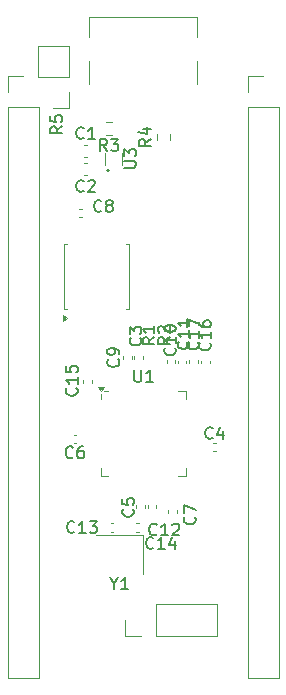
<source format=gbr>
%TF.GenerationSoftware,KiCad,Pcbnew,8.0.3*%
%TF.CreationDate,2024-07-23T22:42:35-04:00*%
%TF.ProjectId,RP2040 Custom,52503230-3430-4204-9375-73746f6d2e6b,rev?*%
%TF.SameCoordinates,Original*%
%TF.FileFunction,Legend,Top*%
%TF.FilePolarity,Positive*%
%FSLAX46Y46*%
G04 Gerber Fmt 4.6, Leading zero omitted, Abs format (unit mm)*
G04 Created by KiCad (PCBNEW 8.0.3) date 2024-07-23 22:42:35*
%MOMM*%
%LPD*%
G01*
G04 APERTURE LIST*
%ADD10C,0.150000*%
%ADD11C,0.120000*%
%ADD12C,0.140357*%
G04 APERTURE END LIST*
D10*
X138814980Y-83580266D02*
X138862600Y-83627885D01*
X138862600Y-83627885D02*
X138910219Y-83770742D01*
X138910219Y-83770742D02*
X138910219Y-83865980D01*
X138910219Y-83865980D02*
X138862600Y-84008837D01*
X138862600Y-84008837D02*
X138767361Y-84104075D01*
X138767361Y-84104075D02*
X138672123Y-84151694D01*
X138672123Y-84151694D02*
X138481647Y-84199313D01*
X138481647Y-84199313D02*
X138338790Y-84199313D01*
X138338790Y-84199313D02*
X138148314Y-84151694D01*
X138148314Y-84151694D02*
X138053076Y-84104075D01*
X138053076Y-84104075D02*
X137957838Y-84008837D01*
X137957838Y-84008837D02*
X137910219Y-83865980D01*
X137910219Y-83865980D02*
X137910219Y-83770742D01*
X137910219Y-83770742D02*
X137957838Y-83627885D01*
X137957838Y-83627885D02*
X138005457Y-83580266D01*
X137910219Y-82675504D02*
X137910219Y-83151694D01*
X137910219Y-83151694D02*
X138386409Y-83199313D01*
X138386409Y-83199313D02*
X138338790Y-83151694D01*
X138338790Y-83151694D02*
X138291171Y-83056456D01*
X138291171Y-83056456D02*
X138291171Y-82818361D01*
X138291171Y-82818361D02*
X138338790Y-82723123D01*
X138338790Y-82723123D02*
X138386409Y-82675504D01*
X138386409Y-82675504D02*
X138481647Y-82627885D01*
X138481647Y-82627885D02*
X138719742Y-82627885D01*
X138719742Y-82627885D02*
X138814980Y-82675504D01*
X138814980Y-82675504D02*
X138862600Y-82723123D01*
X138862600Y-82723123D02*
X138910219Y-82818361D01*
X138910219Y-82818361D02*
X138910219Y-83056456D01*
X138910219Y-83056456D02*
X138862600Y-83151694D01*
X138862600Y-83151694D02*
X138814980Y-83199313D01*
X139449980Y-69076866D02*
X139497600Y-69124485D01*
X139497600Y-69124485D02*
X139545219Y-69267342D01*
X139545219Y-69267342D02*
X139545219Y-69362580D01*
X139545219Y-69362580D02*
X139497600Y-69505437D01*
X139497600Y-69505437D02*
X139402361Y-69600675D01*
X139402361Y-69600675D02*
X139307123Y-69648294D01*
X139307123Y-69648294D02*
X139116647Y-69695913D01*
X139116647Y-69695913D02*
X138973790Y-69695913D01*
X138973790Y-69695913D02*
X138783314Y-69648294D01*
X138783314Y-69648294D02*
X138688076Y-69600675D01*
X138688076Y-69600675D02*
X138592838Y-69505437D01*
X138592838Y-69505437D02*
X138545219Y-69362580D01*
X138545219Y-69362580D02*
X138545219Y-69267342D01*
X138545219Y-69267342D02*
X138592838Y-69124485D01*
X138592838Y-69124485D02*
X138640457Y-69076866D01*
X138545219Y-68743532D02*
X138545219Y-68124485D01*
X138545219Y-68124485D02*
X138926171Y-68457818D01*
X138926171Y-68457818D02*
X138926171Y-68314961D01*
X138926171Y-68314961D02*
X138973790Y-68219723D01*
X138973790Y-68219723D02*
X139021409Y-68172104D01*
X139021409Y-68172104D02*
X139116647Y-68124485D01*
X139116647Y-68124485D02*
X139354742Y-68124485D01*
X139354742Y-68124485D02*
X139449980Y-68172104D01*
X139449980Y-68172104D02*
X139497600Y-68219723D01*
X139497600Y-68219723D02*
X139545219Y-68314961D01*
X139545219Y-68314961D02*
X139545219Y-68600675D01*
X139545219Y-68600675D02*
X139497600Y-68695913D01*
X139497600Y-68695913D02*
X139449980Y-68743532D01*
X140555742Y-86846580D02*
X140508123Y-86894200D01*
X140508123Y-86894200D02*
X140365266Y-86941819D01*
X140365266Y-86941819D02*
X140270028Y-86941819D01*
X140270028Y-86941819D02*
X140127171Y-86894200D01*
X140127171Y-86894200D02*
X140031933Y-86798961D01*
X140031933Y-86798961D02*
X139984314Y-86703723D01*
X139984314Y-86703723D02*
X139936695Y-86513247D01*
X139936695Y-86513247D02*
X139936695Y-86370390D01*
X139936695Y-86370390D02*
X139984314Y-86179914D01*
X139984314Y-86179914D02*
X140031933Y-86084676D01*
X140031933Y-86084676D02*
X140127171Y-85989438D01*
X140127171Y-85989438D02*
X140270028Y-85941819D01*
X140270028Y-85941819D02*
X140365266Y-85941819D01*
X140365266Y-85941819D02*
X140508123Y-85989438D01*
X140508123Y-85989438D02*
X140555742Y-86037057D01*
X141508123Y-86941819D02*
X140936695Y-86941819D01*
X141222409Y-86941819D02*
X141222409Y-85941819D01*
X141222409Y-85941819D02*
X141127171Y-86084676D01*
X141127171Y-86084676D02*
X141031933Y-86179914D01*
X141031933Y-86179914D02*
X140936695Y-86227533D01*
X142365266Y-86275152D02*
X142365266Y-86941819D01*
X142127171Y-85894200D02*
X141889076Y-86608485D01*
X141889076Y-86608485D02*
X142508123Y-86608485D01*
X145317380Y-69502257D02*
X145365000Y-69549876D01*
X145365000Y-69549876D02*
X145412619Y-69692733D01*
X145412619Y-69692733D02*
X145412619Y-69787971D01*
X145412619Y-69787971D02*
X145365000Y-69930828D01*
X145365000Y-69930828D02*
X145269761Y-70026066D01*
X145269761Y-70026066D02*
X145174523Y-70073685D01*
X145174523Y-70073685D02*
X144984047Y-70121304D01*
X144984047Y-70121304D02*
X144841190Y-70121304D01*
X144841190Y-70121304D02*
X144650714Y-70073685D01*
X144650714Y-70073685D02*
X144555476Y-70026066D01*
X144555476Y-70026066D02*
X144460238Y-69930828D01*
X144460238Y-69930828D02*
X144412619Y-69787971D01*
X144412619Y-69787971D02*
X144412619Y-69692733D01*
X144412619Y-69692733D02*
X144460238Y-69549876D01*
X144460238Y-69549876D02*
X144507857Y-69502257D01*
X145412619Y-68549876D02*
X145412619Y-69121304D01*
X145412619Y-68835590D02*
X144412619Y-68835590D01*
X144412619Y-68835590D02*
X144555476Y-68930828D01*
X144555476Y-68930828D02*
X144650714Y-69026066D01*
X144650714Y-69026066D02*
X144698333Y-69121304D01*
X144412619Y-67692733D02*
X144412619Y-67883209D01*
X144412619Y-67883209D02*
X144460238Y-67978447D01*
X144460238Y-67978447D02*
X144507857Y-68026066D01*
X144507857Y-68026066D02*
X144650714Y-68121304D01*
X144650714Y-68121304D02*
X144841190Y-68168923D01*
X144841190Y-68168923D02*
X145222142Y-68168923D01*
X145222142Y-68168923D02*
X145317380Y-68121304D01*
X145317380Y-68121304D02*
X145365000Y-68073685D01*
X145365000Y-68073685D02*
X145412619Y-67978447D01*
X145412619Y-67978447D02*
X145412619Y-67787971D01*
X145412619Y-67787971D02*
X145365000Y-67692733D01*
X145365000Y-67692733D02*
X145317380Y-67645114D01*
X145317380Y-67645114D02*
X145222142Y-67597495D01*
X145222142Y-67597495D02*
X144984047Y-67597495D01*
X144984047Y-67597495D02*
X144888809Y-67645114D01*
X144888809Y-67645114D02*
X144841190Y-67692733D01*
X144841190Y-67692733D02*
X144793571Y-67787971D01*
X144793571Y-67787971D02*
X144793571Y-67978447D01*
X144793571Y-67978447D02*
X144841190Y-68073685D01*
X144841190Y-68073685D02*
X144888809Y-68121304D01*
X144888809Y-68121304D02*
X144984047Y-68168923D01*
X133739533Y-79167380D02*
X133691914Y-79215000D01*
X133691914Y-79215000D02*
X133549057Y-79262619D01*
X133549057Y-79262619D02*
X133453819Y-79262619D01*
X133453819Y-79262619D02*
X133310962Y-79215000D01*
X133310962Y-79215000D02*
X133215724Y-79119761D01*
X133215724Y-79119761D02*
X133168105Y-79024523D01*
X133168105Y-79024523D02*
X133120486Y-78834047D01*
X133120486Y-78834047D02*
X133120486Y-78691190D01*
X133120486Y-78691190D02*
X133168105Y-78500714D01*
X133168105Y-78500714D02*
X133215724Y-78405476D01*
X133215724Y-78405476D02*
X133310962Y-78310238D01*
X133310962Y-78310238D02*
X133453819Y-78262619D01*
X133453819Y-78262619D02*
X133549057Y-78262619D01*
X133549057Y-78262619D02*
X133691914Y-78310238D01*
X133691914Y-78310238D02*
X133739533Y-78357857D01*
X134596676Y-78262619D02*
X134406200Y-78262619D01*
X134406200Y-78262619D02*
X134310962Y-78310238D01*
X134310962Y-78310238D02*
X134263343Y-78357857D01*
X134263343Y-78357857D02*
X134168105Y-78500714D01*
X134168105Y-78500714D02*
X134120486Y-78691190D01*
X134120486Y-78691190D02*
X134120486Y-79072142D01*
X134120486Y-79072142D02*
X134168105Y-79167380D01*
X134168105Y-79167380D02*
X134215724Y-79215000D01*
X134215724Y-79215000D02*
X134310962Y-79262619D01*
X134310962Y-79262619D02*
X134501438Y-79262619D01*
X134501438Y-79262619D02*
X134596676Y-79215000D01*
X134596676Y-79215000D02*
X134644295Y-79167380D01*
X134644295Y-79167380D02*
X134691914Y-79072142D01*
X134691914Y-79072142D02*
X134691914Y-78834047D01*
X134691914Y-78834047D02*
X134644295Y-78738809D01*
X134644295Y-78738809D02*
X134596676Y-78691190D01*
X134596676Y-78691190D02*
X134501438Y-78643571D01*
X134501438Y-78643571D02*
X134310962Y-78643571D01*
X134310962Y-78643571D02*
X134215724Y-78691190D01*
X134215724Y-78691190D02*
X134168105Y-78738809D01*
X134168105Y-78738809D02*
X134120486Y-78834047D01*
X140835142Y-85703580D02*
X140787523Y-85751200D01*
X140787523Y-85751200D02*
X140644666Y-85798819D01*
X140644666Y-85798819D02*
X140549428Y-85798819D01*
X140549428Y-85798819D02*
X140406571Y-85751200D01*
X140406571Y-85751200D02*
X140311333Y-85655961D01*
X140311333Y-85655961D02*
X140263714Y-85560723D01*
X140263714Y-85560723D02*
X140216095Y-85370247D01*
X140216095Y-85370247D02*
X140216095Y-85227390D01*
X140216095Y-85227390D02*
X140263714Y-85036914D01*
X140263714Y-85036914D02*
X140311333Y-84941676D01*
X140311333Y-84941676D02*
X140406571Y-84846438D01*
X140406571Y-84846438D02*
X140549428Y-84798819D01*
X140549428Y-84798819D02*
X140644666Y-84798819D01*
X140644666Y-84798819D02*
X140787523Y-84846438D01*
X140787523Y-84846438D02*
X140835142Y-84894057D01*
X141787523Y-85798819D02*
X141216095Y-85798819D01*
X141501809Y-85798819D02*
X141501809Y-84798819D01*
X141501809Y-84798819D02*
X141406571Y-84941676D01*
X141406571Y-84941676D02*
X141311333Y-85036914D01*
X141311333Y-85036914D02*
X141216095Y-85084533D01*
X142168476Y-84894057D02*
X142216095Y-84846438D01*
X142216095Y-84846438D02*
X142311333Y-84798819D01*
X142311333Y-84798819D02*
X142549428Y-84798819D01*
X142549428Y-84798819D02*
X142644666Y-84846438D01*
X142644666Y-84846438D02*
X142692285Y-84894057D01*
X142692285Y-84894057D02*
X142739904Y-84989295D01*
X142739904Y-84989295D02*
X142739904Y-85084533D01*
X142739904Y-85084533D02*
X142692285Y-85227390D01*
X142692285Y-85227390D02*
X142120857Y-85798819D01*
X142120857Y-85798819D02*
X142739904Y-85798819D01*
X137570380Y-70903066D02*
X137618000Y-70950685D01*
X137618000Y-70950685D02*
X137665619Y-71093542D01*
X137665619Y-71093542D02*
X137665619Y-71188780D01*
X137665619Y-71188780D02*
X137618000Y-71331637D01*
X137618000Y-71331637D02*
X137522761Y-71426875D01*
X137522761Y-71426875D02*
X137427523Y-71474494D01*
X137427523Y-71474494D02*
X137237047Y-71522113D01*
X137237047Y-71522113D02*
X137094190Y-71522113D01*
X137094190Y-71522113D02*
X136903714Y-71474494D01*
X136903714Y-71474494D02*
X136808476Y-71426875D01*
X136808476Y-71426875D02*
X136713238Y-71331637D01*
X136713238Y-71331637D02*
X136665619Y-71188780D01*
X136665619Y-71188780D02*
X136665619Y-71093542D01*
X136665619Y-71093542D02*
X136713238Y-70950685D01*
X136713238Y-70950685D02*
X136760857Y-70903066D01*
X137665619Y-70426875D02*
X137665619Y-70236399D01*
X137665619Y-70236399D02*
X137618000Y-70141161D01*
X137618000Y-70141161D02*
X137570380Y-70093542D01*
X137570380Y-70093542D02*
X137427523Y-69998304D01*
X137427523Y-69998304D02*
X137237047Y-69950685D01*
X137237047Y-69950685D02*
X136856095Y-69950685D01*
X136856095Y-69950685D02*
X136760857Y-69998304D01*
X136760857Y-69998304D02*
X136713238Y-70045923D01*
X136713238Y-70045923D02*
X136665619Y-70141161D01*
X136665619Y-70141161D02*
X136665619Y-70331637D01*
X136665619Y-70331637D02*
X136713238Y-70426875D01*
X136713238Y-70426875D02*
X136760857Y-70474494D01*
X136760857Y-70474494D02*
X136856095Y-70522113D01*
X136856095Y-70522113D02*
X137094190Y-70522113D01*
X137094190Y-70522113D02*
X137189428Y-70474494D01*
X137189428Y-70474494D02*
X137237047Y-70426875D01*
X137237047Y-70426875D02*
X137284666Y-70331637D01*
X137284666Y-70331637D02*
X137284666Y-70141161D01*
X137284666Y-70141161D02*
X137237047Y-70045923D01*
X137237047Y-70045923D02*
X137189428Y-69998304D01*
X137189428Y-69998304D02*
X137094190Y-69950685D01*
X137235709Y-89872328D02*
X137235709Y-90348519D01*
X136902376Y-89348519D02*
X137235709Y-89872328D01*
X137235709Y-89872328D02*
X137569042Y-89348519D01*
X138426185Y-90348519D02*
X137854757Y-90348519D01*
X138140471Y-90348519D02*
X138140471Y-89348519D01*
X138140471Y-89348519D02*
X138045233Y-89491376D01*
X138045233Y-89491376D02*
X137949995Y-89586614D01*
X137949995Y-89586614D02*
X137854757Y-89634233D01*
X136155133Y-58322380D02*
X136107514Y-58370000D01*
X136107514Y-58370000D02*
X135964657Y-58417619D01*
X135964657Y-58417619D02*
X135869419Y-58417619D01*
X135869419Y-58417619D02*
X135726562Y-58370000D01*
X135726562Y-58370000D02*
X135631324Y-58274761D01*
X135631324Y-58274761D02*
X135583705Y-58179523D01*
X135583705Y-58179523D02*
X135536086Y-57989047D01*
X135536086Y-57989047D02*
X135536086Y-57846190D01*
X135536086Y-57846190D02*
X135583705Y-57655714D01*
X135583705Y-57655714D02*
X135631324Y-57560476D01*
X135631324Y-57560476D02*
X135726562Y-57465238D01*
X135726562Y-57465238D02*
X135869419Y-57417619D01*
X135869419Y-57417619D02*
X135964657Y-57417619D01*
X135964657Y-57417619D02*
X136107514Y-57465238D01*
X136107514Y-57465238D02*
X136155133Y-57512857D01*
X136726562Y-57846190D02*
X136631324Y-57798571D01*
X136631324Y-57798571D02*
X136583705Y-57750952D01*
X136583705Y-57750952D02*
X136536086Y-57655714D01*
X136536086Y-57655714D02*
X136536086Y-57608095D01*
X136536086Y-57608095D02*
X136583705Y-57512857D01*
X136583705Y-57512857D02*
X136631324Y-57465238D01*
X136631324Y-57465238D02*
X136726562Y-57417619D01*
X136726562Y-57417619D02*
X136917038Y-57417619D01*
X136917038Y-57417619D02*
X137012276Y-57465238D01*
X137012276Y-57465238D02*
X137059895Y-57512857D01*
X137059895Y-57512857D02*
X137107514Y-57608095D01*
X137107514Y-57608095D02*
X137107514Y-57655714D01*
X137107514Y-57655714D02*
X137059895Y-57750952D01*
X137059895Y-57750952D02*
X137012276Y-57798571D01*
X137012276Y-57798571D02*
X136917038Y-57846190D01*
X136917038Y-57846190D02*
X136726562Y-57846190D01*
X136726562Y-57846190D02*
X136631324Y-57893809D01*
X136631324Y-57893809D02*
X136583705Y-57941428D01*
X136583705Y-57941428D02*
X136536086Y-58036666D01*
X136536086Y-58036666D02*
X136536086Y-58227142D01*
X136536086Y-58227142D02*
X136583705Y-58322380D01*
X136583705Y-58322380D02*
X136631324Y-58370000D01*
X136631324Y-58370000D02*
X136726562Y-58417619D01*
X136726562Y-58417619D02*
X136917038Y-58417619D01*
X136917038Y-58417619D02*
X137012276Y-58370000D01*
X137012276Y-58370000D02*
X137059895Y-58322380D01*
X137059895Y-58322380D02*
X137107514Y-58227142D01*
X137107514Y-58227142D02*
X137107514Y-58036666D01*
X137107514Y-58036666D02*
X137059895Y-57941428D01*
X137059895Y-57941428D02*
X137012276Y-57893809D01*
X137012276Y-57893809D02*
X136917038Y-57846190D01*
X144301380Y-69426057D02*
X144349000Y-69473676D01*
X144349000Y-69473676D02*
X144396619Y-69616533D01*
X144396619Y-69616533D02*
X144396619Y-69711771D01*
X144396619Y-69711771D02*
X144349000Y-69854628D01*
X144349000Y-69854628D02*
X144253761Y-69949866D01*
X144253761Y-69949866D02*
X144158523Y-69997485D01*
X144158523Y-69997485D02*
X143968047Y-70045104D01*
X143968047Y-70045104D02*
X143825190Y-70045104D01*
X143825190Y-70045104D02*
X143634714Y-69997485D01*
X143634714Y-69997485D02*
X143539476Y-69949866D01*
X143539476Y-69949866D02*
X143444238Y-69854628D01*
X143444238Y-69854628D02*
X143396619Y-69711771D01*
X143396619Y-69711771D02*
X143396619Y-69616533D01*
X143396619Y-69616533D02*
X143444238Y-69473676D01*
X143444238Y-69473676D02*
X143491857Y-69426057D01*
X144396619Y-68473676D02*
X144396619Y-69045104D01*
X144396619Y-68759390D02*
X143396619Y-68759390D01*
X143396619Y-68759390D02*
X143539476Y-68854628D01*
X143539476Y-68854628D02*
X143634714Y-68949866D01*
X143634714Y-68949866D02*
X143682333Y-69045104D01*
X143396619Y-68140342D02*
X143396619Y-67473676D01*
X143396619Y-67473676D02*
X144396619Y-67902247D01*
X134039780Y-73337657D02*
X134087400Y-73385276D01*
X134087400Y-73385276D02*
X134135019Y-73528133D01*
X134135019Y-73528133D02*
X134135019Y-73623371D01*
X134135019Y-73623371D02*
X134087400Y-73766228D01*
X134087400Y-73766228D02*
X133992161Y-73861466D01*
X133992161Y-73861466D02*
X133896923Y-73909085D01*
X133896923Y-73909085D02*
X133706447Y-73956704D01*
X133706447Y-73956704D02*
X133563590Y-73956704D01*
X133563590Y-73956704D02*
X133373114Y-73909085D01*
X133373114Y-73909085D02*
X133277876Y-73861466D01*
X133277876Y-73861466D02*
X133182638Y-73766228D01*
X133182638Y-73766228D02*
X133135019Y-73623371D01*
X133135019Y-73623371D02*
X133135019Y-73528133D01*
X133135019Y-73528133D02*
X133182638Y-73385276D01*
X133182638Y-73385276D02*
X133230257Y-73337657D01*
X134135019Y-72385276D02*
X134135019Y-72956704D01*
X134135019Y-72670990D02*
X133135019Y-72670990D01*
X133135019Y-72670990D02*
X133277876Y-72766228D01*
X133277876Y-72766228D02*
X133373114Y-72861466D01*
X133373114Y-72861466D02*
X133420733Y-72956704D01*
X133135019Y-71480514D02*
X133135019Y-71956704D01*
X133135019Y-71956704D02*
X133611209Y-72004323D01*
X133611209Y-72004323D02*
X133563590Y-71956704D01*
X133563590Y-71956704D02*
X133515971Y-71861466D01*
X133515971Y-71861466D02*
X133515971Y-71623371D01*
X133515971Y-71623371D02*
X133563590Y-71528133D01*
X133563590Y-71528133D02*
X133611209Y-71480514D01*
X133611209Y-71480514D02*
X133706447Y-71432895D01*
X133706447Y-71432895D02*
X133944542Y-71432895D01*
X133944542Y-71432895D02*
X134039780Y-71480514D01*
X134039780Y-71480514D02*
X134087400Y-71528133D01*
X134087400Y-71528133D02*
X134135019Y-71623371D01*
X134135019Y-71623371D02*
X134135019Y-71861466D01*
X134135019Y-71861466D02*
X134087400Y-71956704D01*
X134087400Y-71956704D02*
X134039780Y-72004323D01*
X138947495Y-71798519D02*
X138947495Y-72608042D01*
X138947495Y-72608042D02*
X138995114Y-72703280D01*
X138995114Y-72703280D02*
X139042733Y-72750900D01*
X139042733Y-72750900D02*
X139137971Y-72798519D01*
X139137971Y-72798519D02*
X139328447Y-72798519D01*
X139328447Y-72798519D02*
X139423685Y-72750900D01*
X139423685Y-72750900D02*
X139471304Y-72703280D01*
X139471304Y-72703280D02*
X139518923Y-72608042D01*
X139518923Y-72608042D02*
X139518923Y-71798519D01*
X140518923Y-72798519D02*
X139947495Y-72798519D01*
X140233209Y-72798519D02*
X140233209Y-71798519D01*
X140233209Y-71798519D02*
X140137971Y-71941376D01*
X140137971Y-71941376D02*
X140042733Y-72036614D01*
X140042733Y-72036614D02*
X139947495Y-72084233D01*
X132839619Y-51169866D02*
X132363428Y-51503199D01*
X132839619Y-51741294D02*
X131839619Y-51741294D01*
X131839619Y-51741294D02*
X131839619Y-51360342D01*
X131839619Y-51360342D02*
X131887238Y-51265104D01*
X131887238Y-51265104D02*
X131934857Y-51217485D01*
X131934857Y-51217485D02*
X132030095Y-51169866D01*
X132030095Y-51169866D02*
X132172952Y-51169866D01*
X132172952Y-51169866D02*
X132268190Y-51217485D01*
X132268190Y-51217485D02*
X132315809Y-51265104D01*
X132315809Y-51265104D02*
X132363428Y-51360342D01*
X132363428Y-51360342D02*
X132363428Y-51741294D01*
X131839619Y-50265104D02*
X131839619Y-50741294D01*
X131839619Y-50741294D02*
X132315809Y-50788913D01*
X132315809Y-50788913D02*
X132268190Y-50741294D01*
X132268190Y-50741294D02*
X132220571Y-50646056D01*
X132220571Y-50646056D02*
X132220571Y-50407961D01*
X132220571Y-50407961D02*
X132268190Y-50312723D01*
X132268190Y-50312723D02*
X132315809Y-50265104D01*
X132315809Y-50265104D02*
X132411047Y-50217485D01*
X132411047Y-50217485D02*
X132649142Y-50217485D01*
X132649142Y-50217485D02*
X132744380Y-50265104D01*
X132744380Y-50265104D02*
X132792000Y-50312723D01*
X132792000Y-50312723D02*
X132839619Y-50407961D01*
X132839619Y-50407961D02*
X132839619Y-50646056D01*
X132839619Y-50646056D02*
X132792000Y-50741294D01*
X132792000Y-50741294D02*
X132744380Y-50788913D01*
X140637419Y-69026066D02*
X140161228Y-69359399D01*
X140637419Y-69597494D02*
X139637419Y-69597494D01*
X139637419Y-69597494D02*
X139637419Y-69216542D01*
X139637419Y-69216542D02*
X139685038Y-69121304D01*
X139685038Y-69121304D02*
X139732657Y-69073685D01*
X139732657Y-69073685D02*
X139827895Y-69026066D01*
X139827895Y-69026066D02*
X139970752Y-69026066D01*
X139970752Y-69026066D02*
X140065990Y-69073685D01*
X140065990Y-69073685D02*
X140113609Y-69121304D01*
X140113609Y-69121304D02*
X140161228Y-69216542D01*
X140161228Y-69216542D02*
X140161228Y-69597494D01*
X140637419Y-68073685D02*
X140637419Y-68645113D01*
X140637419Y-68359399D02*
X139637419Y-68359399D01*
X139637419Y-68359399D02*
X139780276Y-68454637D01*
X139780276Y-68454637D02*
X139875514Y-68549875D01*
X139875514Y-68549875D02*
X139923133Y-68645113D01*
X143513980Y-69400657D02*
X143561600Y-69448276D01*
X143561600Y-69448276D02*
X143609219Y-69591133D01*
X143609219Y-69591133D02*
X143609219Y-69686371D01*
X143609219Y-69686371D02*
X143561600Y-69829228D01*
X143561600Y-69829228D02*
X143466361Y-69924466D01*
X143466361Y-69924466D02*
X143371123Y-69972085D01*
X143371123Y-69972085D02*
X143180647Y-70019704D01*
X143180647Y-70019704D02*
X143037790Y-70019704D01*
X143037790Y-70019704D02*
X142847314Y-69972085D01*
X142847314Y-69972085D02*
X142752076Y-69924466D01*
X142752076Y-69924466D02*
X142656838Y-69829228D01*
X142656838Y-69829228D02*
X142609219Y-69686371D01*
X142609219Y-69686371D02*
X142609219Y-69591133D01*
X142609219Y-69591133D02*
X142656838Y-69448276D01*
X142656838Y-69448276D02*
X142704457Y-69400657D01*
X143609219Y-68448276D02*
X143609219Y-69019704D01*
X143609219Y-68733990D02*
X142609219Y-68733990D01*
X142609219Y-68733990D02*
X142752076Y-68829228D01*
X142752076Y-68829228D02*
X142847314Y-68924466D01*
X142847314Y-68924466D02*
X142894933Y-69019704D01*
X143609219Y-67495895D02*
X143609219Y-68067323D01*
X143609219Y-67781609D02*
X142609219Y-67781609D01*
X142609219Y-67781609D02*
X142752076Y-67876847D01*
X142752076Y-67876847D02*
X142847314Y-67972085D01*
X142847314Y-67972085D02*
X142894933Y-68067323D01*
X134656533Y-56620580D02*
X134608914Y-56668200D01*
X134608914Y-56668200D02*
X134466057Y-56715819D01*
X134466057Y-56715819D02*
X134370819Y-56715819D01*
X134370819Y-56715819D02*
X134227962Y-56668200D01*
X134227962Y-56668200D02*
X134132724Y-56572961D01*
X134132724Y-56572961D02*
X134085105Y-56477723D01*
X134085105Y-56477723D02*
X134037486Y-56287247D01*
X134037486Y-56287247D02*
X134037486Y-56144390D01*
X134037486Y-56144390D02*
X134085105Y-55953914D01*
X134085105Y-55953914D02*
X134132724Y-55858676D01*
X134132724Y-55858676D02*
X134227962Y-55763438D01*
X134227962Y-55763438D02*
X134370819Y-55715819D01*
X134370819Y-55715819D02*
X134466057Y-55715819D01*
X134466057Y-55715819D02*
X134608914Y-55763438D01*
X134608914Y-55763438D02*
X134656533Y-55811057D01*
X135037486Y-55811057D02*
X135085105Y-55763438D01*
X135085105Y-55763438D02*
X135180343Y-55715819D01*
X135180343Y-55715819D02*
X135418438Y-55715819D01*
X135418438Y-55715819D02*
X135513676Y-55763438D01*
X135513676Y-55763438D02*
X135561295Y-55811057D01*
X135561295Y-55811057D02*
X135608914Y-55906295D01*
X135608914Y-55906295D02*
X135608914Y-56001533D01*
X135608914Y-56001533D02*
X135561295Y-56144390D01*
X135561295Y-56144390D02*
X134989867Y-56715819D01*
X134989867Y-56715819D02*
X135608914Y-56715819D01*
X133875542Y-85500380D02*
X133827923Y-85548000D01*
X133827923Y-85548000D02*
X133685066Y-85595619D01*
X133685066Y-85595619D02*
X133589828Y-85595619D01*
X133589828Y-85595619D02*
X133446971Y-85548000D01*
X133446971Y-85548000D02*
X133351733Y-85452761D01*
X133351733Y-85452761D02*
X133304114Y-85357523D01*
X133304114Y-85357523D02*
X133256495Y-85167047D01*
X133256495Y-85167047D02*
X133256495Y-85024190D01*
X133256495Y-85024190D02*
X133304114Y-84833714D01*
X133304114Y-84833714D02*
X133351733Y-84738476D01*
X133351733Y-84738476D02*
X133446971Y-84643238D01*
X133446971Y-84643238D02*
X133589828Y-84595619D01*
X133589828Y-84595619D02*
X133685066Y-84595619D01*
X133685066Y-84595619D02*
X133827923Y-84643238D01*
X133827923Y-84643238D02*
X133875542Y-84690857D01*
X134827923Y-85595619D02*
X134256495Y-85595619D01*
X134542209Y-85595619D02*
X134542209Y-84595619D01*
X134542209Y-84595619D02*
X134446971Y-84738476D01*
X134446971Y-84738476D02*
X134351733Y-84833714D01*
X134351733Y-84833714D02*
X134256495Y-84881333D01*
X135161257Y-84595619D02*
X135780304Y-84595619D01*
X135780304Y-84595619D02*
X135446971Y-84976571D01*
X135446971Y-84976571D02*
X135589828Y-84976571D01*
X135589828Y-84976571D02*
X135685066Y-85024190D01*
X135685066Y-85024190D02*
X135732685Y-85071809D01*
X135732685Y-85071809D02*
X135780304Y-85167047D01*
X135780304Y-85167047D02*
X135780304Y-85405142D01*
X135780304Y-85405142D02*
X135732685Y-85500380D01*
X135732685Y-85500380D02*
X135685066Y-85548000D01*
X135685066Y-85548000D02*
X135589828Y-85595619D01*
X135589828Y-85595619D02*
X135304114Y-85595619D01*
X135304114Y-85595619D02*
X135208876Y-85548000D01*
X135208876Y-85548000D02*
X135161257Y-85500380D01*
X136625533Y-53243619D02*
X136292200Y-52767428D01*
X136054105Y-53243619D02*
X136054105Y-52243619D01*
X136054105Y-52243619D02*
X136435057Y-52243619D01*
X136435057Y-52243619D02*
X136530295Y-52291238D01*
X136530295Y-52291238D02*
X136577914Y-52338857D01*
X136577914Y-52338857D02*
X136625533Y-52434095D01*
X136625533Y-52434095D02*
X136625533Y-52576952D01*
X136625533Y-52576952D02*
X136577914Y-52672190D01*
X136577914Y-52672190D02*
X136530295Y-52719809D01*
X136530295Y-52719809D02*
X136435057Y-52767428D01*
X136435057Y-52767428D02*
X136054105Y-52767428D01*
X136958867Y-52243619D02*
X137577914Y-52243619D01*
X137577914Y-52243619D02*
X137244581Y-52624571D01*
X137244581Y-52624571D02*
X137387438Y-52624571D01*
X137387438Y-52624571D02*
X137482676Y-52672190D01*
X137482676Y-52672190D02*
X137530295Y-52719809D01*
X137530295Y-52719809D02*
X137577914Y-52815047D01*
X137577914Y-52815047D02*
X137577914Y-53053142D01*
X137577914Y-53053142D02*
X137530295Y-53148380D01*
X137530295Y-53148380D02*
X137482676Y-53196000D01*
X137482676Y-53196000D02*
X137387438Y-53243619D01*
X137387438Y-53243619D02*
X137101724Y-53243619D01*
X137101724Y-53243619D02*
X137006486Y-53196000D01*
X137006486Y-53196000D02*
X136958867Y-53148380D01*
X134656533Y-52142580D02*
X134608914Y-52190200D01*
X134608914Y-52190200D02*
X134466057Y-52237819D01*
X134466057Y-52237819D02*
X134370819Y-52237819D01*
X134370819Y-52237819D02*
X134227962Y-52190200D01*
X134227962Y-52190200D02*
X134132724Y-52094961D01*
X134132724Y-52094961D02*
X134085105Y-51999723D01*
X134085105Y-51999723D02*
X134037486Y-51809247D01*
X134037486Y-51809247D02*
X134037486Y-51666390D01*
X134037486Y-51666390D02*
X134085105Y-51475914D01*
X134085105Y-51475914D02*
X134132724Y-51380676D01*
X134132724Y-51380676D02*
X134227962Y-51285438D01*
X134227962Y-51285438D02*
X134370819Y-51237819D01*
X134370819Y-51237819D02*
X134466057Y-51237819D01*
X134466057Y-51237819D02*
X134608914Y-51285438D01*
X134608914Y-51285438D02*
X134656533Y-51333057D01*
X135608914Y-52237819D02*
X135037486Y-52237819D01*
X135323200Y-52237819D02*
X135323200Y-51237819D01*
X135323200Y-51237819D02*
X135227962Y-51380676D01*
X135227962Y-51380676D02*
X135132724Y-51475914D01*
X135132724Y-51475914D02*
X135037486Y-51523533D01*
X144047380Y-84240666D02*
X144095000Y-84288285D01*
X144095000Y-84288285D02*
X144142619Y-84431142D01*
X144142619Y-84431142D02*
X144142619Y-84526380D01*
X144142619Y-84526380D02*
X144095000Y-84669237D01*
X144095000Y-84669237D02*
X143999761Y-84764475D01*
X143999761Y-84764475D02*
X143904523Y-84812094D01*
X143904523Y-84812094D02*
X143714047Y-84859713D01*
X143714047Y-84859713D02*
X143571190Y-84859713D01*
X143571190Y-84859713D02*
X143380714Y-84812094D01*
X143380714Y-84812094D02*
X143285476Y-84764475D01*
X143285476Y-84764475D02*
X143190238Y-84669237D01*
X143190238Y-84669237D02*
X143142619Y-84526380D01*
X143142619Y-84526380D02*
X143142619Y-84431142D01*
X143142619Y-84431142D02*
X143190238Y-84288285D01*
X143190238Y-84288285D02*
X143237857Y-84240666D01*
X143142619Y-83907332D02*
X143142619Y-83240666D01*
X143142619Y-83240666D02*
X144142619Y-83669237D01*
X138088019Y-54658904D02*
X138897542Y-54658904D01*
X138897542Y-54658904D02*
X138992780Y-54611285D01*
X138992780Y-54611285D02*
X139040400Y-54563666D01*
X139040400Y-54563666D02*
X139088019Y-54468428D01*
X139088019Y-54468428D02*
X139088019Y-54277952D01*
X139088019Y-54277952D02*
X139040400Y-54182714D01*
X139040400Y-54182714D02*
X138992780Y-54135095D01*
X138992780Y-54135095D02*
X138897542Y-54087476D01*
X138897542Y-54087476D02*
X138088019Y-54087476D01*
X138088019Y-53706523D02*
X138088019Y-53087476D01*
X138088019Y-53087476D02*
X138468971Y-53420809D01*
X138468971Y-53420809D02*
X138468971Y-53277952D01*
X138468971Y-53277952D02*
X138516590Y-53182714D01*
X138516590Y-53182714D02*
X138564209Y-53135095D01*
X138564209Y-53135095D02*
X138659447Y-53087476D01*
X138659447Y-53087476D02*
X138897542Y-53087476D01*
X138897542Y-53087476D02*
X138992780Y-53135095D01*
X138992780Y-53135095D02*
X139040400Y-53182714D01*
X139040400Y-53182714D02*
X139088019Y-53277952D01*
X139088019Y-53277952D02*
X139088019Y-53563666D01*
X139088019Y-53563666D02*
X139040400Y-53658904D01*
X139040400Y-53658904D02*
X138992780Y-53706523D01*
X145578533Y-77533180D02*
X145530914Y-77580800D01*
X145530914Y-77580800D02*
X145388057Y-77628419D01*
X145388057Y-77628419D02*
X145292819Y-77628419D01*
X145292819Y-77628419D02*
X145149962Y-77580800D01*
X145149962Y-77580800D02*
X145054724Y-77485561D01*
X145054724Y-77485561D02*
X145007105Y-77390323D01*
X145007105Y-77390323D02*
X144959486Y-77199847D01*
X144959486Y-77199847D02*
X144959486Y-77056990D01*
X144959486Y-77056990D02*
X145007105Y-76866514D01*
X145007105Y-76866514D02*
X145054724Y-76771276D01*
X145054724Y-76771276D02*
X145149962Y-76676038D01*
X145149962Y-76676038D02*
X145292819Y-76628419D01*
X145292819Y-76628419D02*
X145388057Y-76628419D01*
X145388057Y-76628419D02*
X145530914Y-76676038D01*
X145530914Y-76676038D02*
X145578533Y-76723657D01*
X146435676Y-76961752D02*
X146435676Y-77628419D01*
X146197581Y-76580800D02*
X145959486Y-77295085D01*
X145959486Y-77295085D02*
X146578533Y-77295085D01*
X142370980Y-69911257D02*
X142418600Y-69958876D01*
X142418600Y-69958876D02*
X142466219Y-70101733D01*
X142466219Y-70101733D02*
X142466219Y-70196971D01*
X142466219Y-70196971D02*
X142418600Y-70339828D01*
X142418600Y-70339828D02*
X142323361Y-70435066D01*
X142323361Y-70435066D02*
X142228123Y-70482685D01*
X142228123Y-70482685D02*
X142037647Y-70530304D01*
X142037647Y-70530304D02*
X141894790Y-70530304D01*
X141894790Y-70530304D02*
X141704314Y-70482685D01*
X141704314Y-70482685D02*
X141609076Y-70435066D01*
X141609076Y-70435066D02*
X141513838Y-70339828D01*
X141513838Y-70339828D02*
X141466219Y-70196971D01*
X141466219Y-70196971D02*
X141466219Y-70101733D01*
X141466219Y-70101733D02*
X141513838Y-69958876D01*
X141513838Y-69958876D02*
X141561457Y-69911257D01*
X142466219Y-68958876D02*
X142466219Y-69530304D01*
X142466219Y-69244590D02*
X141466219Y-69244590D01*
X141466219Y-69244590D02*
X141609076Y-69339828D01*
X141609076Y-69339828D02*
X141704314Y-69435066D01*
X141704314Y-69435066D02*
X141751933Y-69530304D01*
X141466219Y-68339828D02*
X141466219Y-68244590D01*
X141466219Y-68244590D02*
X141513838Y-68149352D01*
X141513838Y-68149352D02*
X141561457Y-68101733D01*
X141561457Y-68101733D02*
X141656695Y-68054114D01*
X141656695Y-68054114D02*
X141847171Y-68006495D01*
X141847171Y-68006495D02*
X142085266Y-68006495D01*
X142085266Y-68006495D02*
X142275742Y-68054114D01*
X142275742Y-68054114D02*
X142370980Y-68101733D01*
X142370980Y-68101733D02*
X142418600Y-68149352D01*
X142418600Y-68149352D02*
X142466219Y-68244590D01*
X142466219Y-68244590D02*
X142466219Y-68339828D01*
X142466219Y-68339828D02*
X142418600Y-68435066D01*
X142418600Y-68435066D02*
X142370980Y-68482685D01*
X142370980Y-68482685D02*
X142275742Y-68530304D01*
X142275742Y-68530304D02*
X142085266Y-68577923D01*
X142085266Y-68577923D02*
X141847171Y-68577923D01*
X141847171Y-68577923D02*
X141656695Y-68530304D01*
X141656695Y-68530304D02*
X141561457Y-68482685D01*
X141561457Y-68482685D02*
X141513838Y-68435066D01*
X141513838Y-68435066D02*
X141466219Y-68339828D01*
X141958219Y-69026066D02*
X141482028Y-69359399D01*
X141958219Y-69597494D02*
X140958219Y-69597494D01*
X140958219Y-69597494D02*
X140958219Y-69216542D01*
X140958219Y-69216542D02*
X141005838Y-69121304D01*
X141005838Y-69121304D02*
X141053457Y-69073685D01*
X141053457Y-69073685D02*
X141148695Y-69026066D01*
X141148695Y-69026066D02*
X141291552Y-69026066D01*
X141291552Y-69026066D02*
X141386790Y-69073685D01*
X141386790Y-69073685D02*
X141434409Y-69121304D01*
X141434409Y-69121304D02*
X141482028Y-69216542D01*
X141482028Y-69216542D02*
X141482028Y-69597494D01*
X141053457Y-68645113D02*
X141005838Y-68597494D01*
X141005838Y-68597494D02*
X140958219Y-68502256D01*
X140958219Y-68502256D02*
X140958219Y-68264161D01*
X140958219Y-68264161D02*
X141005838Y-68168923D01*
X141005838Y-68168923D02*
X141053457Y-68121304D01*
X141053457Y-68121304D02*
X141148695Y-68073685D01*
X141148695Y-68073685D02*
X141243933Y-68073685D01*
X141243933Y-68073685D02*
X141386790Y-68121304D01*
X141386790Y-68121304D02*
X141958219Y-68692732D01*
X141958219Y-68692732D02*
X141958219Y-68073685D01*
X140332619Y-52236666D02*
X139856428Y-52569999D01*
X140332619Y-52808094D02*
X139332619Y-52808094D01*
X139332619Y-52808094D02*
X139332619Y-52427142D01*
X139332619Y-52427142D02*
X139380238Y-52331904D01*
X139380238Y-52331904D02*
X139427857Y-52284285D01*
X139427857Y-52284285D02*
X139523095Y-52236666D01*
X139523095Y-52236666D02*
X139665952Y-52236666D01*
X139665952Y-52236666D02*
X139761190Y-52284285D01*
X139761190Y-52284285D02*
X139808809Y-52331904D01*
X139808809Y-52331904D02*
X139856428Y-52427142D01*
X139856428Y-52427142D02*
X139856428Y-52808094D01*
X139665952Y-51379523D02*
X140332619Y-51379523D01*
X139285000Y-51617618D02*
X139999285Y-51855713D01*
X139999285Y-51855713D02*
X139999285Y-51236666D01*
D11*
%TO.C,C5*%
X139111400Y-83229564D02*
X139111400Y-83445236D01*
X139831400Y-83229564D02*
X139831400Y-83445236D01*
%TO.C,J4*%
X130750000Y-46990000D02*
X130750000Y-44390000D01*
X133410000Y-44390000D02*
X130750000Y-44390000D01*
X133410000Y-46990000D02*
X130750000Y-46990000D01*
X133410000Y-46990000D02*
X133410000Y-44390000D01*
X133410000Y-48260000D02*
X133410000Y-49590000D01*
X133410000Y-49590000D02*
X132080000Y-49590000D01*
%TO.C,C3*%
X138959000Y-70844236D02*
X138959000Y-70628564D01*
X139679000Y-70844236D02*
X139679000Y-70628564D01*
%TO.C,C14*%
X139084164Y-84755400D02*
X139299836Y-84755400D01*
X139084164Y-85475400D02*
X139299836Y-85475400D01*
%TO.C,J2*%
X128210000Y-46930000D02*
X129540000Y-46930000D01*
X128210000Y-48260000D02*
X128210000Y-46930000D01*
X128210000Y-49530000D02*
X128210000Y-97850000D01*
X128210000Y-49530000D02*
X130870000Y-49530000D01*
X128210000Y-97850000D02*
X130870000Y-97850000D01*
X130870000Y-49530000D02*
X130870000Y-97850000D01*
%TO.C,C16*%
X144597800Y-71009564D02*
X144597800Y-71225236D01*
X145317800Y-71009564D02*
X145317800Y-71225236D01*
%TO.C,C6*%
X134014036Y-77287800D02*
X133798364Y-77287800D01*
X134014036Y-78007800D02*
X133798364Y-78007800D01*
%TO.C,C12*%
X140076600Y-83445236D02*
X140076600Y-83229564D01*
X140796600Y-83445236D02*
X140796600Y-83229564D01*
%TO.C,J1*%
X148530000Y-46930000D02*
X149860000Y-46930000D01*
X148530000Y-48260000D02*
X148530000Y-46930000D01*
X148530000Y-49530000D02*
X148530000Y-97850000D01*
X148530000Y-49530000D02*
X151190000Y-49530000D01*
X148530000Y-97850000D02*
X151190000Y-97850000D01*
X151190000Y-49530000D02*
X151190000Y-97850000D01*
%TO.C,C9*%
X138019200Y-70628564D02*
X138019200Y-70844236D01*
X138739200Y-70628564D02*
X138739200Y-70844236D01*
%TO.C,Y1*%
X139711900Y-85793700D02*
X135711900Y-85793700D01*
X139711900Y-89093700D02*
X139711900Y-85793700D01*
%TO.C,C8*%
X134501836Y-58136200D02*
X134286164Y-58136200D01*
X134501836Y-58856200D02*
X134286164Y-58856200D01*
%TO.C,C17*%
X143607200Y-70989364D02*
X143607200Y-71205036D01*
X144327200Y-70989364D02*
X144327200Y-71205036D01*
%TO.C,C15*%
X134641000Y-72660564D02*
X134641000Y-72876236D01*
X135361000Y-72660564D02*
X135361000Y-72876236D01*
%TO.C,U1*%
X136099400Y-74213700D02*
X136099400Y-73803700D01*
X136099400Y-80783700D02*
X136099400Y-80133700D01*
X136749400Y-73563700D02*
X136399400Y-73563700D01*
X136749400Y-80783700D02*
X136099400Y-80783700D01*
X142669400Y-73563700D02*
X143319400Y-73563700D01*
X142669400Y-80783700D02*
X143319400Y-80783700D01*
X143319400Y-73563700D02*
X143319400Y-74213700D01*
X143319400Y-80783700D02*
X143319400Y-80133700D01*
X136099400Y-73563700D02*
X135859400Y-73233700D01*
X136339400Y-73233700D01*
X136099400Y-73563700D01*
G36*
X136099400Y-73563700D02*
G01*
X135859400Y-73233700D01*
X136339400Y-73233700D01*
X136099400Y-73563700D01*
G37*
%TO.C,C11*%
X142642000Y-71225236D02*
X142642000Y-71009564D01*
X143362000Y-71225236D02*
X143362000Y-71009564D01*
%TO.C,C2*%
X134669620Y-54227000D02*
X134950780Y-54227000D01*
X134669620Y-55247000D02*
X134950780Y-55247000D01*
%TO.C,C13*%
X137163636Y-84755400D02*
X136947964Y-84755400D01*
X137163636Y-85475400D02*
X136947964Y-85475400D01*
%TO.C,R3*%
X137029458Y-50836300D02*
X136554942Y-50836300D01*
X137029458Y-51881300D02*
X136554942Y-51881300D01*
%TO.C,C1*%
X134682620Y-52703000D02*
X134963780Y-52703000D01*
X134682620Y-53723000D02*
X134963780Y-53723000D01*
%TO.C,C7*%
X141829200Y-83902436D02*
X141829200Y-83686764D01*
X142549200Y-83902436D02*
X142549200Y-83686764D01*
%TO.C,U3*%
X136440200Y-54397000D02*
X136440200Y-53397000D01*
X137920200Y-54397000D02*
X137920200Y-53397000D01*
D12*
X136800378Y-54897000D02*
G75*
G02*
X136660022Y-54897000I-70178J0D01*
G01*
X136660022Y-54897000D02*
G75*
G02*
X136800378Y-54897000I70178J0D01*
G01*
D11*
%TO.C,J5*%
X138192200Y-94294000D02*
X138192200Y-92964000D01*
X139522200Y-94294000D02*
X138192200Y-94294000D01*
X140792200Y-91634000D02*
X145932200Y-91634000D01*
X140792200Y-94294000D02*
X140792200Y-91634000D01*
X140792200Y-94294000D02*
X145932200Y-94294000D01*
X145932200Y-94294000D02*
X145932200Y-91634000D01*
%TO.C,U2*%
X133012600Y-61156000D02*
X133272600Y-61156000D01*
X133012600Y-63881000D02*
X133012600Y-61156000D01*
X133012600Y-63881000D02*
X133012600Y-66606000D01*
X133012600Y-66606000D02*
X133272600Y-66606000D01*
X138462600Y-61156000D02*
X138202600Y-61156000D01*
X138462600Y-63881000D02*
X138462600Y-61156000D01*
X138462600Y-63881000D02*
X138462600Y-66606000D01*
X138462600Y-66606000D02*
X138202600Y-66606000D01*
X133272600Y-67388500D02*
X132942600Y-67628500D01*
X132942600Y-67148500D01*
X133272600Y-67388500D01*
G36*
X133272600Y-67388500D02*
G01*
X132942600Y-67628500D01*
X132942600Y-67148500D01*
X133272600Y-67388500D01*
G37*
%TO.C,USB1*%
X135120000Y-41935000D02*
X144280000Y-41935000D01*
X135120000Y-43640000D02*
X135120000Y-41935000D01*
X135120000Y-45650000D02*
X135120000Y-47570000D01*
X144280000Y-41935000D02*
X144280000Y-43640000D01*
X144280000Y-47570000D02*
X144280000Y-45650000D01*
%TO.C,C4*%
X145637364Y-77973600D02*
X145853036Y-77973600D01*
X145637364Y-78693600D02*
X145853036Y-78693600D01*
%TO.C,C10*%
X141702200Y-70989364D02*
X141702200Y-71205036D01*
X142422200Y-70989364D02*
X142422200Y-71205036D01*
%TO.C,R4*%
X140879300Y-51832742D02*
X140879300Y-52307258D01*
X141924300Y-51832742D02*
X141924300Y-52307258D01*
%TD*%
M02*

</source>
